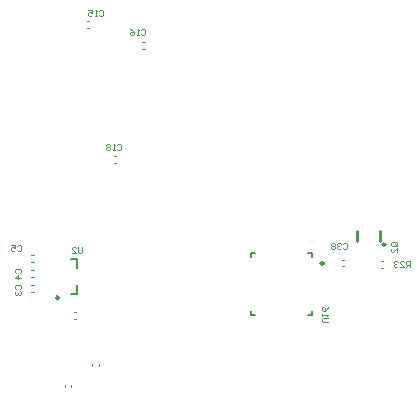
<source format=gbo>
%FSLAX24Y24*%
%MOIN*%
G70*
G01*
G75*
G04 Layer_Color=32896*
%ADD10C,0.0100*%
%ADD11C,0.0197*%
%ADD12C,0.0197*%
%ADD13C,0.0394*%
%ADD14R,0.0453X0.0551*%
%ADD15R,0.0374X0.0335*%
%ADD16R,0.0217X0.0512*%
%ADD17R,0.1417X0.1417*%
%ADD18O,0.0295X0.0079*%
%ADD19O,0.0079X0.0295*%
%ADD20O,0.0315X0.0157*%
%ADD21R,0.2362X0.1890*%
%ADD22R,0.2598X0.2598*%
%ADD23O,0.0079X0.0315*%
%ADD24O,0.0315X0.0079*%
%ADD25R,0.0157X0.0335*%
%ADD26R,0.0118X0.0193*%
%ADD27R,0.0118X0.0209*%
%ADD28O,0.0098X0.0276*%
%ADD29O,0.0276X0.0098*%
%ADD30R,0.0335X0.0157*%
%ADD31O,0.0217X0.0866*%
%ADD32O,0.0177X0.0532*%
%ADD33R,0.0217X0.0394*%
%ADD34R,0.0157X0.0236*%
%ADD35R,0.0236X0.0157*%
%ADD36R,0.0354X0.0276*%
%ADD37R,0.0354X0.0197*%
%ADD38R,0.0630X0.0551*%
%ADD39R,0.0748X0.0630*%
%ADD40R,0.0157X0.0532*%
%ADD41R,0.0197X0.0354*%
%ADD42R,0.1339X0.0591*%
%ADD43R,0.1378X0.0394*%
%ADD44R,0.0138X0.0394*%
%ADD45R,0.0217X0.0098*%
%ADD46R,0.1024X0.0591*%
%ADD47R,0.0197X0.0315*%
G04:AMPARAMS|DCode=48|XSize=63mil|YSize=98.4mil|CornerRadius=15.7mil|HoleSize=0mil|Usage=FLASHONLY|Rotation=270.000|XOffset=0mil|YOffset=0mil|HoleType=Round|Shape=RoundedRectangle|*
%AMROUNDEDRECTD48*
21,1,0.0630,0.0669,0,0,270.0*
21,1,0.0315,0.0984,0,0,270.0*
1,1,0.0315,-0.0335,-0.0157*
1,1,0.0315,-0.0335,0.0157*
1,1,0.0315,0.0335,0.0157*
1,1,0.0315,0.0335,-0.0157*
%
%ADD48ROUNDEDRECTD48*%
G04:AMPARAMS|DCode=49|XSize=33.5mil|YSize=17.7mil|CornerRadius=4.4mil|HoleSize=0mil|Usage=FLASHONLY|Rotation=270.000|XOffset=0mil|YOffset=0mil|HoleType=Round|Shape=RoundedRectangle|*
%AMROUNDEDRECTD49*
21,1,0.0335,0.0089,0,0,270.0*
21,1,0.0246,0.0177,0,0,270.0*
1,1,0.0089,-0.0044,-0.0123*
1,1,0.0089,-0.0044,0.0123*
1,1,0.0089,0.0044,0.0123*
1,1,0.0089,0.0044,-0.0123*
%
%ADD49ROUNDEDRECTD49*%
%ADD50C,0.0200*%
%ADD51C,0.0150*%
%ADD52C,0.0661*%
%ADD53C,0.0591*%
%ADD54C,0.0591*%
%ADD55C,0.1260*%
%ADD56C,0.0630*%
%ADD57C,0.0270*%
%ADD58C,0.0340*%
%ADD59C,0.0290*%
%ADD60C,0.0300*%
%ADD61R,0.0276X0.0354*%
%ADD62O,0.0315X0.0098*%
%ADD63O,0.0098X0.0315*%
%ADD64R,0.1299X0.1299*%
%ADD65R,0.0591X0.0236*%
%ADD66C,0.0098*%
%ADD67C,0.0157*%
%ADD68C,0.0039*%
%ADD69C,0.0079*%
%ADD70C,0.0047*%
%ADD71C,0.0050*%
%ADD72C,0.0040*%
%ADD73C,0.0060*%
%ADD74R,0.0148X0.0177*%
%ADD75R,0.0551X0.0433*%
%ADD76R,0.0513X0.0611*%
%ADD77R,0.0434X0.0395*%
%ADD78R,0.0277X0.0572*%
%ADD79R,0.1477X0.1477*%
%ADD80O,0.0355X0.0139*%
%ADD81O,0.0139X0.0355*%
%ADD82O,0.0375X0.0217*%
%ADD83R,0.2422X0.1950*%
%ADD84R,0.2658X0.2658*%
%ADD85O,0.0139X0.0375*%
%ADD86O,0.0375X0.0139*%
%ADD87R,0.0217X0.0395*%
%ADD88R,0.0178X0.0253*%
%ADD89R,0.0178X0.0269*%
%ADD90O,0.0158X0.0336*%
%ADD91O,0.0336X0.0158*%
%ADD92R,0.0395X0.0217*%
%ADD93O,0.0277X0.0926*%
%ADD94O,0.0237X0.0592*%
%ADD95R,0.0277X0.0454*%
%ADD96R,0.0217X0.0296*%
%ADD97R,0.0296X0.0217*%
%ADD98R,0.0414X0.0336*%
%ADD99R,0.0414X0.0257*%
%ADD100R,0.0709X0.0630*%
%ADD101R,0.0827X0.0709*%
%ADD102R,0.0236X0.0610*%
%ADD103R,0.0257X0.0414*%
%ADD104R,0.1399X0.0651*%
%ADD105R,0.1438X0.0454*%
%ADD106R,0.0198X0.0454*%
%ADD107R,0.0277X0.0158*%
%ADD108R,0.1084X0.0651*%
%ADD109R,0.0257X0.0375*%
G04:AMPARAMS|DCode=110|XSize=69mil|YSize=104.4mil|CornerRadius=18.7mil|HoleSize=0mil|Usage=FLASHONLY|Rotation=270.000|XOffset=0mil|YOffset=0mil|HoleType=Round|Shape=RoundedRectangle|*
%AMROUNDEDRECTD110*
21,1,0.0690,0.0669,0,0,270.0*
21,1,0.0315,0.1044,0,0,270.0*
1,1,0.0375,-0.0335,-0.0157*
1,1,0.0375,-0.0335,0.0157*
1,1,0.0375,0.0335,0.0157*
1,1,0.0375,0.0335,-0.0157*
%
%ADD110ROUNDEDRECTD110*%
G04:AMPARAMS|DCode=111|XSize=39.5mil|YSize=23.7mil|CornerRadius=7.4mil|HoleSize=0mil|Usage=FLASHONLY|Rotation=270.000|XOffset=0mil|YOffset=0mil|HoleType=Round|Shape=RoundedRectangle|*
%AMROUNDEDRECTD111*
21,1,0.0395,0.0089,0,0,270.0*
21,1,0.0246,0.0237,0,0,270.0*
1,1,0.0149,-0.0044,-0.0123*
1,1,0.0149,-0.0044,0.0123*
1,1,0.0149,0.0044,0.0123*
1,1,0.0149,0.0044,-0.0123*
%
%ADD111ROUNDEDRECTD111*%
%ADD112C,0.0721*%
%ADD113C,0.0651*%
%ADD114C,0.0651*%
%ADD115C,0.1320*%
%ADD116C,0.0690*%
%ADD117R,0.0336X0.0414*%
%ADD118O,0.0375X0.0158*%
%ADD119O,0.0158X0.0375*%
%ADD120R,0.1359X0.1359*%
%ADD121R,0.0651X0.0296*%
D10*
X52151Y21174D02*
G03*
X52151Y21174I-39J0D01*
G01*
X51994Y21293D02*
Y21607D01*
X51206Y21293D02*
Y21607D01*
D66*
X50107Y20539D02*
G03*
X50107Y20539I-49J0D01*
G01*
X41275Y19391D02*
G03*
X41275Y19391I-49J0D01*
G01*
D68*
X52011Y20608D02*
X52089D01*
X52011Y20392D02*
X52089D01*
X42392Y17121D02*
Y17199D01*
X42608Y17121D02*
Y17199D01*
X41763Y18918D02*
X41842D01*
X41763Y18702D02*
X41842D01*
X50711Y20658D02*
X50789D01*
X50711Y20442D02*
X50789D01*
X41695Y16421D02*
Y16499D01*
X41478Y16421D02*
Y16499D01*
X43111Y23892D02*
X43189D01*
X43111Y24108D02*
X43189D01*
X42211Y28608D02*
X42289D01*
X42211Y28392D02*
X42289D01*
X40361Y20592D02*
X40439D01*
X40361Y20808D02*
X40439D01*
X40361Y20092D02*
X40439D01*
X40361Y20308D02*
X40439D01*
X40361Y19592D02*
X40439D01*
X40361Y19808D02*
X40439D01*
X44061Y27692D02*
X44139D01*
X44061Y27908D02*
X44139D01*
D69*
X47676Y20874D02*
X47804D01*
X47676Y20746D02*
Y20874D01*
Y18826D02*
X47804D01*
X47676D02*
Y18954D01*
X49596Y18826D02*
X49724D01*
Y18954D01*
X49596Y20874D02*
X49724D01*
Y20746D02*
Y20874D01*
X41876Y20376D02*
Y20691D01*
X41679D02*
X41876D01*
Y19509D02*
Y19824D01*
X41679Y19509D02*
X41876D01*
D72*
X52980Y20410D02*
Y20610D01*
X52880D01*
X52847Y20577D01*
Y20510D01*
X52880Y20477D01*
X52980D01*
X52913D02*
X52847Y20410D01*
X52647D02*
X52780D01*
X52647Y20543D01*
Y20577D01*
X52680Y20610D01*
X52747D01*
X52780Y20577D01*
X52580D02*
X52547Y20610D01*
X52480D01*
X52447Y20577D01*
Y20543D01*
X52480Y20510D01*
X52513D01*
X52480D01*
X52447Y20477D01*
Y20443D01*
X52480Y20410D01*
X52547D01*
X52580Y20443D01*
X52527Y21117D02*
X52393D01*
X52360Y21150D01*
Y21217D01*
X52393Y21250D01*
X52527D01*
X52560Y21217D01*
Y21150D01*
X52493Y21183D02*
X52560Y21117D01*
Y21150D02*
X52527Y21117D01*
X52560Y20917D02*
Y21050D01*
X52427Y20917D01*
X52393D01*
X52360Y20950D01*
Y21017D01*
X52393Y21050D01*
X39843Y19687D02*
X39810Y19720D01*
Y19787D01*
X39843Y19820D01*
X39977D01*
X40010Y19787D01*
Y19720D01*
X39977Y19687D01*
X39843Y19620D02*
X39810Y19587D01*
Y19520D01*
X39843Y19487D01*
X39877D01*
X39910Y19520D01*
Y19553D01*
Y19520D01*
X39943Y19487D01*
X39977D01*
X40010Y19520D01*
Y19587D01*
X39977Y19620D01*
X39833Y20217D02*
X39800Y20250D01*
Y20317D01*
X39833Y20350D01*
X39967D01*
X40000Y20317D01*
Y20250D01*
X39967Y20217D01*
X40000Y20050D02*
X39800D01*
X39900Y20150D01*
Y20017D01*
X39867Y21107D02*
X39900Y21140D01*
X39967D01*
X40000Y21107D01*
Y20973D01*
X39967Y20940D01*
X39900D01*
X39867Y20973D01*
X39667Y21140D02*
X39800D01*
Y21040D01*
X39733Y21073D01*
X39700D01*
X39667Y21040D01*
Y20973D01*
X39700Y20940D01*
X39767D01*
X39800Y20973D01*
X42607Y28967D02*
X42640Y29000D01*
X42707D01*
X42740Y28967D01*
Y28833D01*
X42707Y28800D01*
X42640D01*
X42607Y28833D01*
X42540Y28800D02*
X42473D01*
X42507D01*
Y29000D01*
X42540Y28967D01*
X42240Y29000D02*
X42373D01*
Y28900D01*
X42307Y28933D01*
X42273D01*
X42240Y28900D01*
Y28833D01*
X42273Y28800D01*
X42340D01*
X42373Y28833D01*
X44027Y28307D02*
X44060Y28340D01*
X44127D01*
X44160Y28307D01*
Y28173D01*
X44127Y28140D01*
X44060D01*
X44027Y28173D01*
X43960Y28140D02*
X43893D01*
X43927D01*
Y28340D01*
X43960Y28307D01*
X43660Y28340D02*
X43727Y28307D01*
X43793Y28240D01*
Y28173D01*
X43760Y28140D01*
X43693D01*
X43660Y28173D01*
Y28207D01*
X43693Y28240D01*
X43793D01*
X43227Y24487D02*
X43260Y24520D01*
X43327D01*
X43360Y24487D01*
Y24353D01*
X43327Y24320D01*
X43260D01*
X43227Y24353D01*
X43160Y24320D02*
X43093D01*
X43127D01*
Y24520D01*
X43160Y24487D01*
X42993D02*
X42960Y24520D01*
X42893D01*
X42860Y24487D01*
Y24453D01*
X42893Y24420D01*
X42860Y24387D01*
Y24353D01*
X42893Y24320D01*
X42960D01*
X42993Y24353D01*
Y24387D01*
X42960Y24420D01*
X42993Y24453D01*
Y24487D01*
X42960Y24420D02*
X42893D01*
X50757Y21187D02*
X50790Y21220D01*
X50857D01*
X50890Y21187D01*
Y21053D01*
X50857Y21020D01*
X50790D01*
X50757Y21053D01*
X50690Y21187D02*
X50657Y21220D01*
X50590D01*
X50557Y21187D01*
Y21153D01*
X50590Y21120D01*
X50623D01*
X50590D01*
X50557Y21087D01*
Y21053D01*
X50590Y21020D01*
X50657D01*
X50690Y21053D01*
X50490Y21187D02*
X50457Y21220D01*
X50390D01*
X50357Y21187D01*
Y21153D01*
X50390Y21120D01*
X50357Y21087D01*
Y21053D01*
X50390Y21020D01*
X50457D01*
X50490Y21053D01*
Y21087D01*
X50457Y21120D01*
X50490Y21153D01*
Y21187D01*
X50457Y21120D02*
X50390D01*
X42050Y21090D02*
Y20923D01*
X42017Y20890D01*
X41950D01*
X41917Y20923D01*
Y21090D01*
X41717Y20890D02*
X41850D01*
X41717Y21023D01*
Y21057D01*
X41750Y21090D01*
X41817D01*
X41850Y21057D01*
X50250Y18600D02*
X50083D01*
X50050Y18633D01*
Y18700D01*
X50083Y18733D01*
X50250D01*
X50050Y18800D02*
Y18867D01*
Y18833D01*
X50250D01*
X50217Y18800D01*
X50250Y19100D02*
X50217Y19033D01*
X50150Y18967D01*
X50083D01*
X50050Y19000D01*
Y19067D01*
X50083Y19100D01*
X50117D01*
X50150Y19067D01*
Y18967D01*
M02*

</source>
